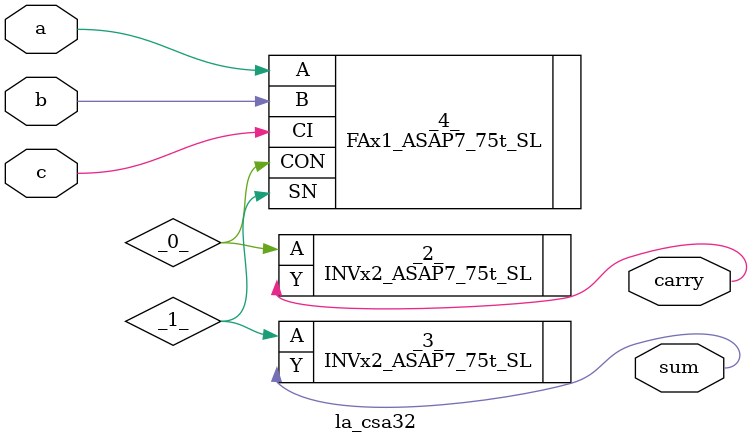
<source format=v>

/* Generated by Yosys 0.44 (git sha1 80ba43d26, g++ 11.4.0-1ubuntu1~22.04 -fPIC -O3) */

(* top =  1  *)
(* src = "generated" *)
module la_csa32 (
    a,
    b,
    c,
    sum,
    carry
);
  (* src = "generated" *)
  wire _0_;
  (* src = "generated" *)
  wire _1_;
  (* src = "generated" *)
  input a;
  wire a;
  (* src = "generated" *)
  input b;
  wire b;
  (* src = "generated" *)
  input c;
  wire c;
  (* src = "generated" *)
  output carry;
  wire carry;
  (* src = "generated" *)
  output sum;
  wire sum;
  INVx2_ASAP7_75t_SL _2_ (
      .A(_0_),
      .Y(carry)
  );
  INVx2_ASAP7_75t_SL _3_ (
      .A(_1_),
      .Y(sum)
  );
  (* module_not_derived = 32'b00000000000000000000000000000001 *) (* src = "generated" *)
  FAx1_ASAP7_75t_SL _4_ (
      .A  (a),
      .B  (b),
      .CI (c),
      .CON(_0_),
      .SN (_1_)
  );
endmodule

</source>
